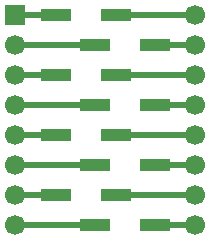
<source format=gbl>
G04 #@! TF.GenerationSoftware,KiCad,Pcbnew,9.0.6*
G04 #@! TF.CreationDate,2026-01-05T14:24:44-06:00*
G04 #@! TF.ProjectId,SOIC-16_3.9x9.9_P1.27,534f4943-2d31-4365-9f33-2e3978392e39,rev?*
G04 #@! TF.SameCoordinates,Original*
G04 #@! TF.FileFunction,Copper,L2,Bot*
G04 #@! TF.FilePolarity,Positive*
%FSLAX46Y46*%
G04 Gerber Fmt 4.6, Leading zero omitted, Abs format (unit mm)*
G04 Created by KiCad (PCBNEW 9.0.6) date 2026-01-05 14:24:44*
%MOMM*%
%LPD*%
G01*
G04 APERTURE LIST*
G04 #@! TA.AperFunction,SMDPad,CuDef*
%ADD10R,2.510000X1.000000*%
G04 #@! TD*
G04 #@! TA.AperFunction,ComponentPad*
%ADD11C,1.700000*%
G04 #@! TD*
G04 #@! TA.AperFunction,ComponentPad*
%ADD12R,1.700000X1.700000*%
G04 #@! TD*
G04 #@! TA.AperFunction,Conductor*
%ADD13C,0.500000*%
G04 #@! TD*
G04 APERTURE END LIST*
D10*
X127631000Y-89896000D03*
X130941000Y-92436000D03*
X127631000Y-94976000D03*
X130941000Y-97516000D03*
X127631000Y-100056000D03*
X130941000Y-102596000D03*
X127631000Y-105136000D03*
X130941000Y-107676000D03*
X122551000Y-89896000D03*
X125861000Y-92436000D03*
X122551000Y-94976000D03*
X125861000Y-97516000D03*
X122551000Y-100056000D03*
X125861000Y-102596000D03*
X122551000Y-105136000D03*
X125861000Y-107676000D03*
D11*
X134366000Y-107676001D03*
X134366000Y-105136000D03*
X134366000Y-102596000D03*
X134366000Y-100056000D03*
X134366000Y-97516000D03*
X134366000Y-94975999D03*
X134366000Y-92436000D03*
X134366000Y-89896000D03*
D12*
X119126000Y-89896000D03*
D11*
X119126000Y-92436000D03*
X119126000Y-94976000D03*
X119126000Y-97516000D03*
X119126000Y-100056000D03*
X119126000Y-102596000D03*
X119126000Y-105136000D03*
X119126000Y-107676000D03*
D13*
X127631000Y-89896000D02*
X134366000Y-89896000D01*
X130941000Y-92436000D02*
X134366000Y-92436000D01*
X130941000Y-102596000D02*
X134366000Y-102596000D01*
X127631000Y-105136000D02*
X134366000Y-105136000D01*
X130941000Y-107676000D02*
X134365999Y-107676000D01*
X134365999Y-107676000D02*
X134366000Y-107676001D01*
X125861000Y-107676000D02*
X119126000Y-107676000D01*
X122551000Y-105136000D02*
X119126000Y-105136000D01*
X122551000Y-94976000D02*
X119126000Y-94976000D01*
X125861000Y-92436000D02*
X119126000Y-92436000D01*
X122551000Y-89896000D02*
X119126000Y-89896000D01*
X134366000Y-102616000D02*
X130941000Y-102616000D01*
X134366000Y-97536000D02*
X130941000Y-97536000D01*
X127631000Y-94996000D02*
X134366000Y-94996000D01*
X127631000Y-100076000D02*
X134366000Y-100076000D01*
X119126000Y-100076000D02*
X122551000Y-100076000D01*
X119126000Y-94996000D02*
X122551000Y-94996000D01*
X125861000Y-97536000D02*
X119126000Y-97536000D01*
X125861000Y-102616000D02*
X119126000Y-102616000D01*
M02*

</source>
